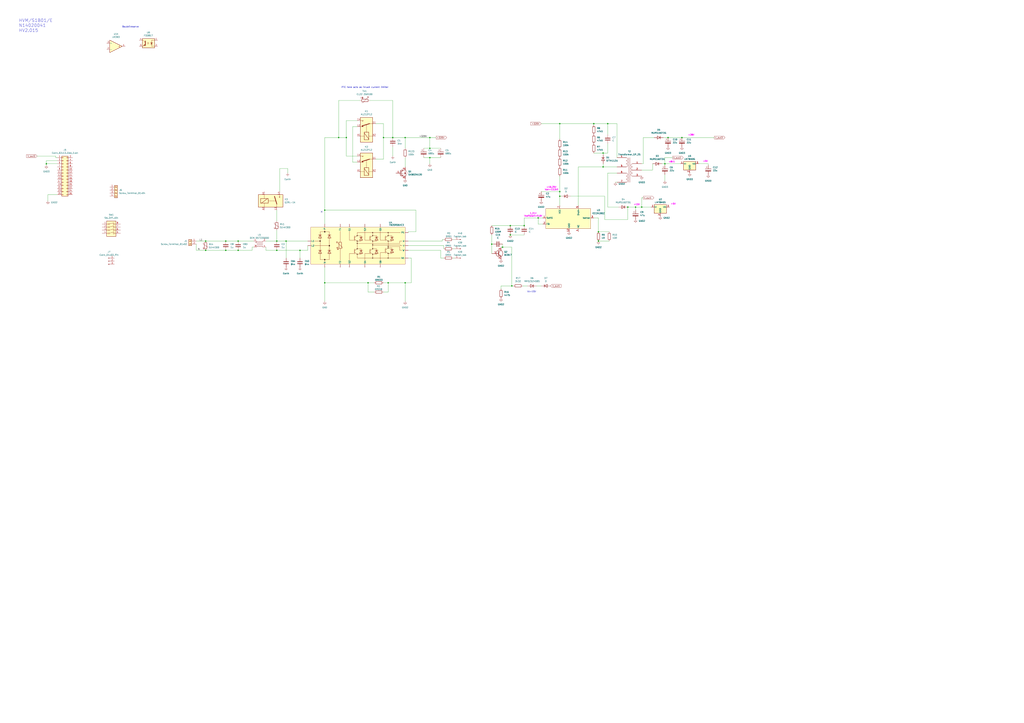
<source format=kicad_sch>
(kicad_sch (version 20231120) (generator "eeschema") (generator_version "8.0")
  (paper "A1")
  (lib_symbols
    (symbol "Comparator:LM393" (pin_names (offset 0.127))
      (property "Reference" "U" (at 3.81 3.81 0))
      (property "Value" "LM393" (at 6.35 -3.81 0))
      (symbol "LM393_1_1"
        (pin open_collector line (at 7.62 0 180) (length 2.54) (name "~") (number "1"))
        (pin input line (at -7.62 -2.54 0) (length 2.54) (name "-") (number "2"))
        (pin input line (at -7.62 2.54 0) (length 2.54) (name "+") (number "3"))
      )
      (symbol "LM393_2_1"
        (pin input line (at -7.62 2.54 0) (length 2.54) (name "+") (number "5"))
        (pin input line (at -7.62 -2.54 0) (length 2.54) (name "-") (number "6"))
        (pin open_collector line (at 7.62 0 180) (length 2.54) (name "~") (number "7"))
      )
      (symbol "LM393_3_1"
        (pin power_in line (at -2.54 -7.62 90) (length 3.81) (name "V-") (number "4"))
        (pin power_in line (at -2.54 7.62 270) (length 3.81) (name "V+") (number "8"))
      )
    )
    (symbol "Connector:Conn_01x01_Pin" (pin_names (offset 1.016) hide)
      (property "Reference" "J" (at 0 2.54 0))
      (property "Value" "Conn_01x01_Pin" (at 0 -2.54 0))
      (symbol "Conn_01x01_Pin_1_1"
        (pin passive line (at 5.08 0 180) (length 3.81) (name "Pin_1") (number "1"))
      )
    )
    (symbol "Connector:Conn_01x03_Pin" (pin_names (offset 1.016) hide)
      (property "Reference" "J" (at 0 5.08 0))
      (property "Value" "Conn_01x03_Pin" (at 0 -5.08 0))
      (symbol "Conn_01x03_Pin_1_1"
        (pin passive line (at 5.08 2.54 180) (length 3.81) (name "Pin_1") (number "1"))
        (pin passive line (at 5.08 0 180) (length 3.81) (name "Pin_2") (number "2"))
        (pin passive line (at 5.08 -2.54 180) (length 3.81) (name "Pin_3") (number "3"))
      )
    )
    (symbol "Connector:Screw_Terminal_01x02" (pin_names (offset 1.016) hide)
      (property "Reference" "J" (at 0 2.54 0))
      (property "Value" "Screw_Terminal_01x02" (at 0 -5.08 0))
      (symbol "Screw_Terminal_01x02_1_1"
        (pin passive line (at -5.08 0 0) (length 3.81) (name "Pin_1") (number "1"))
        (pin passive line (at -5.08 -2.54 0) (length 3.81) (name "Pin_2") (number "2"))
      )
    )
    (symbol "Connector:Screw_Terminal_01x04" (pin_names (offset 1.016) hide)
      (property "Reference" "J" (at 0 5.08 0))
      (property "Value" "Screw_Terminal_01x04" (at 0 -7.62 0))
      (symbol "Screw_Terminal_01x04_1_1"
        (pin passive line (at -5.08 2.54 0) (length 3.81) (name "Pin_1") (number "1"))
        (pin passive line (at -5.08 0 0) (length 3.81) (name "Pin_2") (number "2"))
        (pin passive line (at -5.08 -2.54 0) (length 3.81) (name "Pin_3") (number "3"))
        (pin passive line (at -5.08 -5.08 0) (length 3.81) (name "Pin_4") (number "4"))
      )
    )
    (symbol "Connector_Generic:Conn_02x13_Odd_Even" (pin_names (offset 1.016) hide)
      (property "Reference" "J" (at 1.27 17.78 0))
      (property "Value" "Conn_02x13_Odd_Even" (at 1.27 -17.78 0))
      (symbol "Conn_02x13_Odd_Even_1_1"
        (pin passive line (at -5.08 15.24 0) (length 3.81) (name "Pin_1") (number "1"))
        (pin passive line (at 7.62 5.08 180) (length 3.81) (name "Pin_10") (number "10"))
        (pin passive line (at -5.08 2.54 0) (length 3.81) (name "Pin_11") (number "11"))
        (pin passive line (at 7.62 2.54 180) (length 3.81) (name "Pin_12") (number "12"))
        (pin passive line (at -5.08 0 0) (length 3.81) (name "Pin_13") (number "13"))
        (pin passive line (at 7.62 0 180) (length 3.81) (name "Pin_14") (number "14"))
        (pin passive line (at -5.08 -2.54 0) (length 3.81) (name "Pin_15") (number "15"))
        (pin passive line (at 7.62 -2.54 180) (length 3.81) (name "Pin_16") (number "16"))
        (pin passive line (at -5.08 -5.08 0) (length 3.81) (name "Pin_17") (number "17"))
        (pin passive line (at 7.62 -5.08 180) (length 3.81) (name "Pin_18") (number "18"))
        (pin passive line (at -5.08 -7.62 0) (length 3.81) (name "Pin_19") (number "19"))
        (pin passive line (at 7.62 15.24 180) (length 3.81) (name "Pin_2") (number "2"))
        (pin passive line (at 7.62 -7.62 180) (length 3.81) (name "Pin_20") (number "20"))
        (pin passive line (at -5.08 -10.16 0) (length 3.81) (name "Pin_21") (number "21"))
        (pin passive line (at 7.62 -10.16 180) (length 3.81) (name "Pin_22") (number "22"))
        (pin passive line (at -5.08 -12.7 0) (length 3.81) (name "Pin_23") (number "23"))
        (pin passive line (at 7.62 -12.7 180) (length 3.81) (name "Pin_24") (number "24"))
        (pin passive line (at -5.08 -15.24 0) (length 3.81) (name "Pin_25") (number "25"))
        (pin passive line (at 7.62 -15.24 180) (length 3.81) (name "Pin_26") (number "26"))
        (pin passive line (at -5.08 12.7 0) (length 3.81) (name "Pin_3") (number "3"))
        (pin passive line (at 7.62 12.7 180) (length 3.81) (name "Pin_4") (number "4"))
        (pin passive line (at -5.08 10.16 0) (length 3.81) (name "Pin_5") (number "5"))
        (pin passive line (at 7.62 10.16 180) (length 3.81) (name "Pin_6") (number "6"))
        (pin passive line (at -5.08 7.62 0) (length 3.81) (name "Pin_7") (number "7"))
        (pin passive line (at 7.62 7.62 180) (length 3.81) (name "Pin_8") (number "8"))
        (pin passive line (at -5.08 5.08 0) (length 3.81) (name "Pin_9") (number "9"))
      )
    )
    (symbol "Device:C" (pin_numbers hide) (pin_names (offset 0.254))
      (property "Reference" "C" (at 0.635 2.54 0))
      (property "Value" "C" (at 0.635 -2.54 0))
      (symbol "C_1_1"
        (pin passive line (at 0 3.81 270) (length 2.794) (name "~") (number "1"))
        (pin passive line (at 0 -3.81 90) (length 2.794) (name "~") (number "2"))
      )
    )
    (symbol "Device:C_Polarized" (pin_numbers hide) (pin_names (offset 0.254))
      (property "Reference" "C" (at 0.635 2.54 0))
      (property "Value" "C_Polarized" (at 0.635 -2.54 0))
      (symbol "C_Polarized_1_1"
        (pin passive line (at 0 3.81 270) (length 2.794) (name "~") (number "1"))
        (pin passive line (at 0 -3.81 90) (length 2.794) (name "~") (number "2"))
      )
    )
    (symbol "Device:D" (pin_numbers hide) (pin_names (offset 1.016) hide)
      (property "Reference" "D" (at 0 2.54 0))
      (property "Value" "D" (at 0 -2.54 0))
      (symbol "D_1_1"
        (pin passive line (at -3.81 0 0) (length 2.54) (name "K") (number "1"))
        (pin passive line (at 3.81 0 180) (length 2.54) (name "A") (number "2"))
      )
    )
    (symbol "Device:D_Zener" (pin_numbers hide) (pin_names (offset 1.016) hide)
      (property "Reference" "D" (at 0 2.54 0))
      (property "Value" "D_Zener" (at 0 -2.54 0))
      (symbol "D_Zener_1_1"
        (pin passive line (at -3.81 0 0) (length 2.54) (name "K") (number "1"))
        (pin passive line (at 3.81 0 180) (length 2.54) (name "A") (number "2"))
      )
    )
    (symbol "Device:Filter_EMI_CommonMode" (pin_names (offset 0.254) hide)
      (property "Reference" "FL" (at 0 4.445 0))
      (property "Value" "Filter_EMI_CommonMode" (at 0 -4.445 0))
      (symbol "Filter_EMI_CommonMode_1_1"
        (pin passive line (at -5.08 2.54 0) (length 2.54) (name "1") (number "1"))
        (pin passive line (at 5.08 2.54 180) (length 2.54) (name "2") (number "2"))
        (pin passive line (at -5.08 -2.54 0) (length 2.54) (name "3") (number "3"))
        (pin passive line (at 5.08 -2.54 180) (length 2.54) (name "4") (number "4"))
      )
    )
    (symbol "Device:R" (pin_numbers hide) (pin_names (offset 0))
      (property "Reference" "R" (at 2.032 0 90))
      (property "Value" "R" (at 0 0 90))
      (symbol "R_1_1"
        (pin passive line (at 0 3.81 270) (length 1.27) (name "~") (number "1"))
        (pin passive line (at 0 -3.81 90) (length 1.27) (name "~") (number "2"))
      )
    )
    (symbol "Device:Thermistor_PTC" (pin_numbers hide) (pin_names (offset 0))
      (property "Reference" "TH" (at -4.064 0 90))
      (property "Value" "Thermistor_PTC" (at 3.048 0 90))
      (symbol "Thermistor_PTC_1_1"
        (pin passive line (at 0 3.81 270) (length 1.27) (name "~") (number "1"))
        (pin passive line (at 0 -3.81 90) (length 1.27) (name "~") (number "2"))
      )
    )
    (symbol "Device:Transformer_SP_2S" (pin_names (offset 1.016) hide)
      (property "Reference" "T" (at 0 12.7 0))
      (property "Value" "Transformer_SP_2S" (at 0 -12.7 0))
      (symbol "Transformer_SP_2S_1_1"
        (pin passive line (at -10.16 5.08 0) (length 7.62) (name "IN+") (number "1"))
        (pin passive line (at -10.16 0 0) (length 7.62) (name "PM") (number "2"))
        (pin passive line (at -10.16 -5.08 0) (length 7.62) (name "IN-") (number "3"))
        (pin passive line (at 10.16 10.16 180) (length 7.62) (name "OUT1A") (number "4"))
        (pin passive line (at 10.16 2.54 180) (length 7.62) (name "OUT1B") (number "5"))
        (pin passive line (at 10.16 -2.54 180) (length 7.62) (name "OUT2A") (number "6"))
        (pin passive line (at 10.16 -10.16 180) (length 7.62) (name "OUT2B") (number "7"))
      )
    )
    (symbol "Device:Varistor" (pin_numbers hide) (pin_names (offset 0))
      (property "Reference" "RV" (at 3.175 0 90))
      (property "Value" "Varistor" (at -3.175 0 90))
      (symbol "Varistor_0_0"
        (text "U" (at -1.778 -2.032 0) (effects (font (size 1.27 1.27))))
      )
      (symbol "Varistor_1_1"
        (pin passive line (at 0 3.81 270) (length 1.27) (name "~") (number "1"))
        (pin passive line (at 0 -3.81 90) (length 1.27) (name "~") (number "2"))
      )
    )
    (symbol "Isolator:LTV-817" (pin_names (offset 1.016))
      (property "Reference" "U" (at -5.08 5.08 0))
      (property "Value" "LTV-817" (at 0 5.08 0))
      (symbol "LTV-817_1_1"
        (pin passive line (at -7.62 2.54 0) (length 2.54) (name "~") (number "1"))
        (pin passive line (at -7.62 -2.54 0) (length 2.54) (name "~") (number "2"))
        (pin passive line (at 7.62 -2.54 180) (length 2.54) (name "~") (number "3"))
        (pin passive line (at 7.62 2.54 180) (length 2.54) (name "~") (number "4"))
      )
    )
    (symbol "Regulator_Linear:LM78M05_TO252" (pin_names (offset 0.254))
      (property "Reference" "U" (at -3.81 3.175 0))
      (property "Value" "LM78M05_TO252" (at 0 3.175 0))
      (symbol "LM78M05_TO252_1_1"
        (pin power_in line (at -7.62 0 0) (length 2.54) (name "VI") (number "1"))
        (pin power_in line (at 0 -7.62 90) (length 2.54) (name "GND") (number "2"))
        (pin power_out line (at 7.62 0 180) (length 2.54) (name "VO") (number "3"))
      )
    )
    (symbol "Relay:G2RL-1A"
      (property "Reference" "K" (at 11.43 3.81 0))
      (property "Value" "G2RL-1A" (at 11.43 1.27 0))
      (symbol "G2RL-1A_1_1"
        (pin passive line (at 5.08 -7.62 90) (length 2.54) (name "~") (number "13"))
        (pin passive line (at 7.62 7.62 270) (length 2.54) (name "~") (number "14"))
        (pin passive line (at -5.08 7.62 270) (length 2.54) (name "~") (number "A1"))
        (pin passive line (at -5.08 -7.62 90) (length 2.54) (name "~") (number "A2"))
      )
    )
    (symbol "Relay:RT314A03"
      (property "Reference" "K" (at 11.43 3.81 0))
      (property "Value" "RT314A03" (at 11.43 1.27 0))
      (symbol "RT314A03_1_1"
        (pin passive line (at 5.08 -7.62 90) (length 2.54) (name "~") (number "11"))
        (pin passive line (at 2.54 7.62 270) (length 2.54) (name "~") (number "12"))
        (pin passive line (at 7.62 7.62 270) (length 2.54) (name "~") (number "14"))
        (pin passive line (at -5.08 7.62 270) (length 2.54) (name "~") (number "A1"))
        (pin passive line (at -5.08 -7.62 90) (length 2.54) (name "~") (number "A2"))
      )
    )
    (symbol "Switch:SW_DIP_x04" (pin_names (offset 0) hide)
      (property "Reference" "SW" (at 0 8.89 0))
      (property "Value" "SW_DIP_x04" (at 0 -6.35 0))
      (symbol "SW_DIP_x04_1_1"
        (pin passive line (at -7.62 5.08 0) (length 5.08) (name "~") (number "1"))
        (pin passive line (at -7.62 2.54 0) (length 5.08) (name "~") (number "2"))
        (pin passive line (at -7.62 0 0) (length 5.08) (name "~") (number "3"))
        (pin passive line (at -7.62 -2.54 0) (length 5.08) (name "~") (number "4"))
        (pin passive line (at 7.62 -2.54 180) (length 5.08) (name "~") (number "5"))
        (pin passive line (at 7.62 0 180) (length 5.08) (name "~") (number "6"))
        (pin passive line (at 7.62 2.54 180) (length 5.08) (name "~") (number "7"))
        (pin passive line (at 7.62 5.08 180) (length 5.08) (name "~") (number "8"))
      )
    )
    (symbol "Transistor_BJT:BC817" (pin_names (offset 0) hide)
      (property "Reference" "Q" (at 5.08 1.905 0))
      (property "Value" "BC817" (at 5.08 0 0))
      (symbol "BC817_1_1"
        (pin input line (at -5.08 0 0) (length 5.715) (name "B") (number "1"))
        (pin passive line (at 2.54 -5.08 90) (length 2.54) (name "E") (number "2"))
        (pin passive line (at 2.54 5.08 270) (length 2.54) (name "C") (number "3"))
      )
    )
    (symbol "Transistor_IGBT:STGP7NC60HD" (pin_names (offset 0) hide)
      (property "Reference" "Q" (at 6.35 1.905 0))
      (property "Value" "STGP7NC60HD" (at 6.35 0 0))
      (symbol "STGP7NC60HD_1_1"
        (pin input line (at -5.08 0 0) (length 3.81) (name "G") (number "1"))
        (pin passive line (at 2.54 5.08 270) (length 2.54) (name "C") (number "2"))
        (pin passive line (at 2.54 -5.08 90) (length 2.54) (name "E") (number "3"))
      )
    )
    (symbol "hydrovar_pcb:FB20R06XE3"
      (property "Reference" "U" (at 27.686 -0.254 0))
      (property "Value" "FB20R06XE3" (at 33.02 -2.54 0))
      (symbol "FB20R06XE3_1_1"
        (pin input line (at -6.35 -1.27 270) (length 2.54) (name "G1") (number ""))
        (pin input line (at -6.35 -36.83 90) (length 2.54) (name "G2") (number ""))
        (pin input line (at 6.35 -1.27 270) (length 2.54) (name "G3") (number ""))
        (pin input line (at 6.35 -36.83 90) (length 2.54) (name "G4") (number ""))
        (pin input line (at 19.05 -1.27 270) (length 2.54) (name "G5") (number ""))
        (pin input line (at 19.05 -36.83 90) (length 2.54) (name "G6") (number ""))
        (pin input line (at -40.64 -15.24 0) (length 2.54) (name "L1") (number ""))
        (pin input line (at -40.64 -19.05 0) (length 2.54) (name "L2") (number ""))
        (pin input line (at -26.67 -36.83 90) (length 2.54) (name "N") (number ""))
        (pin input line (at 41.91 -29.21 180) (length 2.54) (name "N1") (number ""))
        (pin input line (at -26.67 -1.27 270) (length 2.54) (name "P") (number ""))
        (pin input line (at 41.91 -8.255 180) (length 2.54) (name "P1") (number ""))
        (pin input line (at -13.97 -1.27 270) (length 2.54) (name "T1") (number ""))
        (pin input line (at -13.97 -36.83 90) (length 2.54) (name "T2") (number ""))
        (pin input line (at 41.91 -15.24 180) (length 2.54) (name "U") (number ""))
        (pin input line (at 41.91 -19.05 180) (length 2.54) (name "V") (number ""))
        (pin input line (at 41.91 -22.86 180) (length 2.54) (name "W") (number ""))
      )
    )
    (symbol "hydrovar_pcb:ICE2A180Z"
      (property "Reference" "U" (at -0.762 0.508 0))
      (property "Value" "ICE2A180Z" (at -0.762 -1.524 0))
      (symbol "ICE2A180Z_1_1"
        (pin input line (at -21.59 -10.16 0) (length 2.54) (name "SoftS") (number "1"))
        (pin input line (at 0 -21.59 90) (length 2.54) (name "GND") (number "12"))
        (pin input line (at -21.59 -15.24 0) (length 2.54) (name "FB") (number "2"))
        (pin input line (at 20.32 -10.16 180) (length 2.54) (name "Isense") (number "3"))
        (pin input line (at 7.62 -21.59 90) (length 2.54) (name "NC") (number "4"))
        (pin input line (at 7.62 0 270) (length 2.54) (name "Drain") (number "5"))
        (pin input line (at -7.62 0 270) (length 2.54) (name "VCC") (number "7"))
      )
    )
    (symbol "power:Earth" (power) (pin_numbers hide) (pin_names (offset 0) hide)
      (property "Value" "Earth" (at 0 -3.81 0))
      (symbol "Earth_1_1"
        (pin power_in line (at 0 0 270) (length 0) (name "~") (number "1"))
      )
    )
    (symbol "power:GND" (power) (pin_numbers hide) (pin_names (offset 0) hide)
      (property "Value" "GND" (at 0 -3.81 0))
      (symbol "GND_1_1"
        (pin power_in line (at 0 0 270) (length 0) (name "~") (number "1"))
      )
    )
    (symbol "power:GND2" (power) (pin_numbers hide) (pin_names (offset 0) hide)
      (property "Value" "GND2" (at 0 -3.81 0))
      (symbol "GND2_1_1"
        (pin power_in line (at 0 0 270) (length 0) (name "~") (number "1"))
      )
    )
  )
  (junction (at 546.1 134.62))
  (junction (at 278.13 113.03))
  (junction (at 412.75 203.2))
  (junction (at 322.58 113.03))
  (junction (at 487.68 101.6))
  (junction (at 495.3 125.73))
  (junction (at 353.06 121.92))
  (junction (at 353.06 129.54))
  (junction (at 168.91 198.12))
  (junction (at 560.07 113.03))
  (junction (at 38.1 134.62))
  (junction (at 430.53 185.42))
  (junction (at 284.48 113.03))
  (junction (at 266.7 172.72))
  (junction (at 548.64 113.03))
  (junction (at 527.05 170.18))
  (junction (at 459.74 101.6))
  (junction (at 459.74 161.29))
  (junction (at 332.74 113.03))
  (junction (at 441.96 179.07))
  (junction (at 353.06 113.03))
  (junction (at 302.26 232.41))
  (junction (at 266.7 232.41))
  (junction (at 168.91 205.74))
  (junction (at 491.49 198.12))
  (junction (at 491.49 190.5))
  (junction (at 403.86 200.66))
  (junction (at 318.77 232.41))
  (junction (at 495.3 137.16))
  (junction (at 521.97 170.18))
  (junction (at 185.42 205.74))
  (junction (at 195.58 198.12))
  (junction (at 499.11 101.6))
  (junction (at 234.95 198.12))
  (junction (at 419.1 185.42))
  (junction (at 195.58 205.74))
  (junction (at 246.38 205.74))
  (junction (at 185.42 198.12))
  (junction (at 314.96 113.03))
  (junction (at 227.33 205.74))
  (junction (at 420.37 234.95))
  (junction (at 459.74 157.48))
  (junction (at 419.1 193.04))
  (junction (at 332.74 232.41))
  (junction (at 515.62 170.18))
  (junction (at 227.33 198.12))
  (no_connect (at 264.16 173.99))
  (wire (pts (xy 161.29 205.74) (xy 168.91 205.74)))
  (wire (pts (xy 227.33 205.74) (xy 246.38 205.74)))
  (wire (pts (xy 295.91 82.55) (xy 278.13 82.55)))
  (wire (pts (xy 207.01 205.74) (xy 207.01 203.2)))
  (wire (pts (xy 459.74 101.6) (xy 459.74 114.3)))
  (wire (pts (xy 487.68 101.6) (xy 499.11 101.6)))
  (wire (pts (xy 353.06 129.54) (xy 361.95 129.54)))
  (wire (pts (xy 515.62 170.18) (xy 515.62 180.34)))
  (wire (pts (xy 499.11 110.49) (xy 499.11 101.6)))
  (wire (pts (xy 506.73 101.6) (xy 506.73 129.54)))
  (wire (pts (xy 560.07 113.03) (xy 586.74 113.03)))
  (wire (pts (xy 318.77 240.03) (xy 314.96 240.03)))
  (wire (pts (xy 491.49 198.12) (xy 500.38 198.12)))
  (wire (pts (xy 546.1 143.51) (xy 546.1 148.59)))
  (wire (pts (xy 499.11 118.11) (xy 499.11 125.73)))
  (wire (pts (xy 546.1 134.62) (xy 546.1 135.89)))
  (wire (pts (xy 546.1 129.54) (xy 546.1 134.62)))
  (wire (pts (xy 293.37 128.27) (xy 284.48 128.27)))
  (wire (pts (xy 499.11 142.24) (xy 499.11 170.18)))
  (wire (pts (xy 527.05 162.56) (xy 527.05 170.18)))
  (wire (pts (xy 266.7 232.41) (xy 302.26 232.41)))
  (wire (pts (xy 314.96 232.41) (xy 318.77 232.41)))
  (wire (pts (xy 322.58 128.27) (xy 322.58 120.65)))
  (wire (pts (xy 445.77 179.07) (xy 441.96 179.07)))
  (wire (pts (xy 420.37 203.2) (xy 412.75 203.2)))
  (wire (pts (xy 353.06 121.92) (xy 361.95 121.92)))
  (wire (pts (xy 347.98 129.54) (xy 353.06 129.54)))
  (wire (pts (xy 161.29 205.74) (xy 161.29 200.66)))
  (wire (pts (xy 420.37 203.2) (xy 420.37 234.95)))
  (wire (pts (xy 363.22 196.85) (xy 363.22 198.12)))
  (wire (pts (xy 444.5 157.48) (xy 459.74 157.48)))
  (wire (pts (xy 411.48 234.95) (xy 420.37 234.95)))
  (wire (pts (xy 361.95 212.09) (xy 364.49 212.09)))
  (wire (pts (xy 521.97 170.18) (xy 527.05 170.18)))
  (wire (pts (xy 364.49 196.85) (xy 363.22 196.85)))
  (wire (pts (xy 38.1 134.62) (xy 46.99 134.62)))
  (wire (pts (xy 207.01 203.2) (xy 208.28 203.2)))
  (wire (pts (xy 168.91 198.12) (xy 185.42 198.12)))
  (wire (pts (xy 307.34 240.03) (xy 302.26 240.03)))
  (wire (pts (xy 293.37 104.14) (xy 289.56 104.14)))
  (wire (pts (xy 430.53 179.07) (xy 441.96 179.07)))
  (wire (pts (xy 499.11 101.6) (xy 506.73 101.6)))
  (wire (pts (xy 459.74 157.48) (xy 459.74 161.29)))
  (wire (pts (xy 363.22 198.12) (xy 335.28 198.12)))
  (wire (pts (xy 552.45 129.54) (xy 546.1 129.54)))
  (wire (pts (xy 30.48 128.27) (xy 45.72 128.27)))
  (wire (pts (xy 289.56 133.35) (xy 293.37 133.35)))
  (wire (pts (xy 347.98 121.92) (xy 353.06 121.92)))
  (wire (pts (xy 341.63 190.5) (xy 335.28 190.5)))
  (wire (pts (xy 284.48 99.06) (xy 293.37 99.06)))
  (wire (pts (xy 185.42 198.12) (xy 195.58 198.12)))
  (wire (pts (xy 527.05 170.18) (xy 534.67 170.18)))
  (wire (pts (xy 302.26 232.41) (xy 302.26 240.03)))
  (wire (pts (xy 318.77 232.41) (xy 318.77 240.03)))
  (wire (pts (xy 495.3 127) (xy 495.3 125.73)))
  (wire (pts (xy 548.64 113.03) (xy 560.07 113.03)))
  (wire (pts (xy 318.77 232.41) (xy 332.74 232.41)))
  (wire (pts (xy 266.7 232.41) (xy 266.7 247.65)))
  (wire (pts (xy 218.44 205.74) (xy 218.44 203.2)))
  (wire (pts (xy 278.13 113.03) (xy 284.48 113.03)))
  (wire (pts (xy 364.49 204.47) (xy 364.49 201.93)))
  (wire (pts (xy 229.87 157.48) (xy 229.87 138.43)))
  (wire (pts (xy 332.74 113.03) (xy 353.06 113.03)))
  (wire (pts (xy 353.06 129.54) (xy 353.06 134.62)))
  (wire (pts (xy 528.32 162.56) (xy 527.05 162.56)))
  (wire (pts (xy 527.05 139.7) (xy 535.94 139.7)))
  (wire (pts (xy 527.05 134.62) (xy 528.32 134.62)))
  (wire (pts (xy 361.95 205.74) (xy 361.95 212.09)))
  (wire (pts (xy 444.5 101.6) (xy 459.74 101.6)))
  (wire (pts (xy 39.37 165.1) (xy 39.37 160.02)))
  (wire (pts (xy 412.75 200.66) (xy 412.75 203.2)))
  (wire (pts (xy 459.74 101.6) (xy 487.68 101.6)))
  (wire (pts (xy 218.44 205.74) (xy 227.33 205.74)))
  (wire (pts (xy 412.75 203.2) (xy 411.48 203.2)))
  (wire (pts (xy 372.11 204.47) (xy 373.38 204.47)))
  (wire (pts (xy 461.01 161.29) (xy 459.74 161.29)))
  (wire (pts (xy 495.3 134.62) (xy 495.3 137.16)))
  (wire (pts (xy 372.11 196.85) (xy 373.38 196.85)))
  (wire (pts (xy 487.68 125.73) (xy 495.3 125.73)))
  (wire (pts (xy 474.98 137.16) (xy 474.98 168.91)))
  (wire (pts (xy 207.01 205.74) (xy 195.58 205.74)))
  (wire (pts (xy 433.07 234.95) (xy 429.26 234.95)))
  (wire (pts (xy 308.61 101.6) (xy 314.96 101.6)))
  (wire (pts (xy 496.57 180.34) (xy 515.62 180.34)))
  (wire (pts (xy 332.74 232.41) (xy 337.82 232.41)))
  (wire (pts (xy 303.53 82.55) (xy 322.58 82.55)))
  (wire (pts (xy 227.33 189.23) (xy 227.33 198.12)))
  (wire (pts (xy 38.1 132.08) (xy 38.1 134.62)))
  (wire (pts (xy 266.7 219.71) (xy 266.7 232.41)))
  (wire (pts (xy 403.86 193.04) (xy 403.86 200.66)))
  (wire (pts (xy 266.7 113.03) (xy 278.13 113.03)))
  (wire (pts (xy 252.73 205.74) (xy 252.73 201.93)))
  (wire (pts (xy 444.5 234.95) (xy 440.69 234.95)))
  (wire (pts (xy 38.1 134.62) (xy 38.1 135.89)))
  (wire (pts (xy 515.62 170.18) (xy 521.97 170.18)))
  (wire (pts (xy 266.7 172.72) (xy 266.7 184.15)))
  (wire (pts (xy 419.1 185.42) (xy 430.53 185.42)))
  (wire (pts (xy 544.83 113.03) (xy 548.64 113.03)))
  (wire (pts (xy 185.42 205.74) (xy 168.91 205.74)))
  (wire (pts (xy 495.3 125.73) (xy 499.11 125.73)))
  (wire (pts (xy 411.48 234.95) (xy 411.48 237.49)))
  (wire (pts (xy 574.04 134.62) (xy 581.66 134.62)))
  (wire (pts (xy 420.37 234.95) (xy 421.64 234.95)))
  (wire (pts (xy 528.32 113.03) (xy 537.21 113.03)))
  (wire (pts (xy 236.22 138.43) (xy 236.22 142.24)))
  (wire (pts (xy 403.86 185.42) (xy 419.1 185.42)))
  (wire (pts (xy 322.58 82.55) (xy 322.58 113.03)))
  (wire (pts (xy 419.1 193.04) (xy 430.53 193.04)))
  (wire (pts (xy 535.94 139.7) (xy 535.94 134.62)))
  (wire (pts (xy 314.96 113.03) (xy 314.96 130.81)))
  (wire (pts (xy 322.58 113.03) (xy 332.74 113.03)))
  (wire (pts (xy 546.1 134.62) (xy 558.8 134.62)))
  (wire (pts (xy 45.72 129.54) (xy 46.99 129.54)))
  (wire (pts (xy 491.49 179.07) (xy 491.49 190.5)))
  (wire (pts (xy 543.56 134.62) (xy 546.1 134.62)))
  (wire (pts (xy 195.58 198.12) (xy 208.28 198.12)))
  (wire (pts (xy 468.63 161.29) (xy 496.57 161.29)))
  (wire (pts (xy 506.73 142.24) (xy 499.11 142.24)))
  (wire (pts (xy 487.68 179.07) (xy 491.49 179.07)))
  (wire (pts (xy 528.32 134.62) (xy 528.32 113.03)))
  (wire (pts (xy 441.96 184.15) (xy 445.77 184.15)))
  (wire (pts (xy 45.72 128.27) (xy 45.72 129.54)))
  (wire (pts (xy 337.82 232.41) (xy 337.82 212.09)))
  (wire (pts (xy 335.28 190.5) (xy 335.28 191.135)))
  (wire (pts (xy 403.86 200.66) (xy 403.86 208.28)))
  (wire (pts (xy 195.58 205.74) (xy 185.42 205.74)))
  (wire (pts (xy 314.96 113.03) (xy 322.58 113.03)))
  (wire (pts (xy 246.38 205.74) (xy 246.38 212.09)))
  (wire (pts (xy 581.66 134.62) (xy 581.66 135.89)))
  (wire (pts (xy 234.95 198.12) (xy 252.73 198.12)))
  (wire (pts (xy 332.74 247.65) (xy 332.74 232.41)))
  (wire (pts (xy 314.96 130.81) (xy 308.61 130.81)))
  (wire (pts (xy 266.7 172.72) (xy 341.63 172.72)))
  (wire (pts (xy 229.87 138.43) (xy 236.22 138.43)))
  (wire (pts (xy 441.96 179.07) (xy 441.96 184.15)))
  (wire (pts (xy 246.38 205.74) (xy 252.73 205.74)))
  (wire (pts (xy 284.48 113.03) (xy 284.48 128.27)))
  (wire (pts (xy 430.53 185.42) (xy 430.53 179.07)))
  (wire (pts (xy 218.44 198.12) (xy 227.33 198.12)))
  (wire (pts (xy 521.97 170.18) (xy 521.97 172.72)))
  (wire (pts (xy 234.95 198.12) (xy 234.95 212.09)))
  (wire (pts (xy 459.74 161.29) (xy 459.74 168.91)))
  (wire (pts (xy 341.63 172.72) (xy 341.63 190.5)))
  (wire (pts (xy 335.28 201.93) (xy 364.49 201.93)))
  (wire (pts (xy 227.33 198.12) (xy 234.95 198.12)))
  (wire (pts (xy 499.11 170.18) (xy 508 170.18)))
  (wire (pts (xy 39.37 160.02) (xy 46.99 160.02)))
  (wire (pts (xy 46.99 132.08) (xy 38.1 132.08)))
  (wire (pts (xy 496.57 161.29) (xy 496.57 180.34)))
  (wire (pts (xy 302.26 232.41) (xy 307.34 232.41)))
  (wire (pts (xy 505.46 149.86) (xy 506.73 149.86)))
  (wire (pts (xy 332.74 129.54) (xy 332.74 137.16)))
  (wire (pts (xy 372.11 212.09) (xy 373.38 212.09)))
  (wire (pts (xy 161.29 198.12) (xy 168.91 198.12)))
  (wire (pts (xy 314.96 101.6) (xy 314.96 113.03)))
  (wire (pts (xy 289.56 104.14) (xy 289.56 133.35)))
  (wire (pts (xy 335.28 205.74) (xy 361.95 205.74)))
  (wire (pts (xy 495.3 137.16) (xy 474.98 137.16)))
  (wire (pts (xy 266.7 113.03) (xy 266.7 172.72)))
  (wire (pts (xy 337.82 212.09) (xy 335.28 212.09)))
  (wire (pts (xy 278.13 82.55) (xy 278.13 113.03)))
  (wire (pts (xy 332.74 113.03) (xy 332.74 121.92)))
  (wire (pts (xy 491.49 190.5) (xy 500.38 190.5)))
  (wire (pts (xy 284.48 99.06) (xy 284.48 113.03)))
  (wire (pts (xy 487.68 101.6) (xy 487.68 102.87)))
  (wire (pts (xy 459.74 144.78) (xy 459.74 157.48)))
  (wire (pts (xy 227.33 172.72) (xy 227.33 181.61)))
  (wire (pts (xy 506.73 137.16) (xy 495.3 137.16)))
  (wire (pts (xy 403.86 200.66) (xy 405.13 200.66)))
  (wire (pts (xy 353.06 113.03) (xy 353.06 121.92)))
  (wire (pts (xy 353.06 113.03) (xy 358.14 113.03)))
  (text "Bauteilreserve" (at 107.188 22.098 0) (effects (font (size 1.27 1.27))))
  (text "+15V\n" (at 522.986 168.148 0) (effects (font (size 1.27 1.27) (thickness 0.254) (bold yes))))
  (text "+5V" (at 579.374 132.588 0) (effects (font (size 1.27 1.27) (thickness 0.254) (bold yes))))
  (text "+28V" (at 567.69 110.998 0) (effects (font (size 1.27 1.27) (thickness 0.254) (bold yes))))
  (text "1,21V\nVsoftstart=5,6V" (at 437.896 176.53 0) (effects (font (size 1.27 1.27) (thickness 0.254) (bold yes))))
  (text "PTC here acts as inrush current limiter" (at 299.72 71.882 0) (effects (font (size 1.27 1.27))))
  (text "+8V1" (at 551.688 133.096 0) (effects (font (size 1.27 1.27) (thickness 0.254) (bold yes))))
  (text "HVM/S1B01/E\nN14020041\nHV2.015\n" (at 15.494 21.082 0) (effects (font (size 2.54 2.54)) (justify left)))
  (text "Vz=15V" (at 436.626 239.776 0) (effects (font (size 1.27 1.27))))
  (text "+5V" (at 552.958 167.64 0) (effects (font (size 1.27 1.27) (thickness 0.254) (bold yes))))
  (text "+16,25V\nVon=13,5V!" (at 452.882 154.94 0) (effects (font (size 1.27 1.27) (thickness 0.254) (bold yes))))
  (label "N" (at 162.56 205.74 0))
  (label "L1" (at 163.83 198.12 0))
  (label "+320V" (at 344.17 113.03 0))
  (global_label "V_out1" (shape output) (at 528.32 162.56 0) (property "Intersheetrefs" "${INTERSHEET_REFS}" (effects (hide yes))))
  (global_label "+320V" (shape input) (at 444.5 101.6 180) (property "Intersheetrefs" "${INTERSHEET_REFS}" (effects (hide yes))))
  (global_label "V_out1" (shape input) (at 452.12 234.95 0) (property "Intersheetrefs" "${INTERSHEET_REFS}" (effects (hide yes))))
  (global_label "+320V" (shape output) (at 358.14 113.03 0) (property "Intersheetrefs" "${INTERSHEET_REFS}" (effects (hide yes))))
  (global_label "V_out2" (shape output) (at 552.45 129.54 0) (property "Intersheetrefs" "${INTERSHEET_REFS}" (effects (hide yes))))
  (global_label "V_out3" (shape input) (at 30.48 128.27 180) (property "Intersheetrefs" "${INTERSHEET_REFS}" (effects (hide yes))))
  (global_label "V_out3" (shape output) (at 586.74 113.03 0) (property "Intersheetrefs" "${INTERSHEET_REFS}" (effects (hide yes))))
  (symbol (lib_id "power:GND2") (at 581.66 143.51 0) (unit 1)
    (property "Reference" "#PWR020" (effects (hide yes)))
    (property "Value" "GND3" (at 581.66 148.59 0))
    (property "Description" "Power symbol creates a global label with name \"GND2\" , ground" (effects (hide yes)))
  )
  (symbol (lib_id "Device:C_Polarized") (at 546.1 139.7 0) (unit 1)
    (property "Reference" "C6" (at 549.91 137.5409 0) (effects (justify left)))
    (property "Value" "22u" (at 549.91 140.0809 0) (effects (justify left)))
    (property "Description" "Polarized capacitor" (effects (hide yes)))
  )
  (symbol (lib_id "Device:C_Polarized") (at 361.95 125.73 0) (unit 1)
    (property "Reference" "C5" (at 365.76 123.5709 0) (effects (justify left)))
    (property "Value" "680u" (at 365.76 126.1109 0) (effects (justify left)))
    (property "Description" "Polarized capacitor" (effects (hide yes)))
  )
  (symbol (lib_id "power:GND") (at 411.48 213.36 0) (unit 1)
    (property "Reference" "#PWR025" (effects (hide yes)))
    (property "Value" "GND2" (at 411.48 218.44 0))
    (property "Description" "Power symbol creates a global label with name \"GND\" , ground" (effects (hide yes)))
  )
  (symbol (lib_id "power:GND") (at 353.06 134.62 0) (unit 1)
    (property "Reference" "#PWR02" (effects (hide yes)))
    (property "Value" "GND" (at 353.06 139.7 0))
    (property "Description" "Power symbol creates a global label with name \"GND\" , ground" (effects (hide yes)))
  )
  (symbol (lib_id "Device:R") (at 311.15 240.03 90) (unit 1)
    (property "Reference" "R2" (at 310.896 235.204 90))
    (property "Value" "0R058" (at 310.896 237.744 90))
    (property "Description" "Resistor" (effects (hide yes)))
  )
  (symbol (lib_id "Device:R") (at 411.48 241.3 0) (unit 1)
    (property "Reference" "R16" (at 414.02 240.0299 0) (effects (justify left)))
    (property "Value" "4k75" (at 414.02 242.5699 0) (effects (justify left)))
    (property "Description" "Resistor" (effects (hide yes)))
  )
  (symbol (lib_id "Device:Varistor") (at 168.91 201.93 0) (unit 1)
    (property "Reference" "RV4" (at 171.45 200.8532 0) (effects (justify left)))
    (property "Value" "S14K300" (at 171.45 203.3932 0) (effects (justify left)))
    (property "Description" "Voltage dependent resistor" (effects (hide yes)))
    (property "Sim.Name" "kicad_builtin_varistor" (effects (hide yes)))
    (property "Sim.Device" "SUBCKT" (effects (hide yes)))
    (property "Sim.Pins" "1=A 2=B" (effects (hide yes)))
    (property "Sim.Params" "threshold=1k" (effects (hide yes)))
    (property "Sim.Library" "${KICAD7_SYMBOL_DIR}/Simulation_SPICE.sp" (effects (hide yes)))
  )
  (symbol (lib_id "Device:Filter_EMI_CommonMode") (at 213.36 200.66 0) (unit 1)
    (property "Reference" "L5" (at 212.979 193.04 0))
    (property "Value" "DEM 557220000" (at 212.979 195.58 0))
    (property "Description" "EMI 2-inductor common mode filter" (effects (hide yes)))
  )
  (symbol (lib_id "Device:R") (at 459.74 118.11 0) (unit 1)
    (property "Reference" "R14" (at 462.28 116.8399 0) (effects (justify left)))
    (property "Value" "100k" (at 462.28 119.3799 0) (effects (justify left)))
    (property "Description" "Resistor" (effects (hide yes)))
  )
  (symbol (lib_id "Relay:RT314A03") (at 300.99 135.89 90) (unit 1)
    (property "Reference" "K2" (at 300.99 120.65 90))
    (property "Value" "ALZ12F12" (at 300.99 123.19 90))
    (property "Footprint" "Relay_THT:Relay_SPDT_Schrack-RT1-16A-FormC_RM5mm" (effects (hide yes)))
    (property "Datasheet" "https://www.te.com/commerce/DocumentDelivery/DDEController?Action=srchrtrv&DocNm=RT1_bistable&DocType=DS&DocLang=English" (effects (hide yes)))
    (property "Description" "Schrack RT1 relay, bistable single pole dual throw, single DC coil, 3V" (effects (hide yes)))
  )
  (symbol (lib_id "Device:R") (at 500.38 194.31 0) (unit 1)
    (property "Reference" "R10" (at 502.92 193.0399 0) (effects (justify left)))
    (property "Value" "10R" (at 502.92 195.5799 0) (effects (justify left)))
    (property "Description" "Resistor" (effects (hide yes)))
  )
  (symbol (lib_id "Connector:Screw_Terminal_01x02") (at 156.21 198.12 0) (mirror y) (unit 1)
    (property "Reference" "J1" (at 153.67 198.1199 0) (effects (justify left)))
    (property "Value" "Screw_Terminal_01x02" (at 153.67 200.6599 0) (effects (justify left)))
    (property "Description" "Generic screw terminal, single row, 01x02, script generated (kicad-library-utils/schlib/autogen/connector/)" (effects (hide yes)))
  )
  (symbol (lib_id "Connector:Screw_Terminal_01x04") (at 95.25 156.21 0) (unit 1)
    (property "Reference" "J6" (at 97.79 156.2099 0) (effects (justify left)))
    (property "Value" "Screw_Terminal_01x04" (at 97.79 158.7499 0) (effects (justify left)))
    (property "Description" "Generic screw terminal, single row, 01x04, script generated (kicad-library-utils/schlib/autogen/connector/)" (effects (hide yes)))
  )
  (symbol (lib_id "hydrovar_pcb:ICE2A180Z") (at 467.36 168.91 0) (unit 1)
    (property "Reference" "U3" (at 491.49 172.7514 0))
    (property "Value" "ICE2A180Z" (at 491.49 175.2914 0))
  )
  (symbol (lib_id "Relay:G2RL-1A") (at 222.25 165.1 0) (unit 1)
    (property "Reference" "K3" (at 233.68 163.8299 0) (effects (justify left)))
    (property "Value" "G2RL-1A" (at 233.68 166.3699 0) (effects (justify left)))
    (property "Footprint" "Relay_THT:Relay_SPST_Omron_G2RL-1A" (effects (hide yes)))
    (property "Datasheet" "https://omronfs.omron.com/en_US/ecb/products/pdf/en-g2rl.pdf" (effects (hide yes)))
    (property "Description" "General Purpose Low Profile Relay SPST Through Hole, Omron G2RL series, Normally Open, 12A 250VAC" (effects (hide yes)))
  )
  (symbol (lib_id "Device:D") (at 539.75 134.62 180) (unit 1)
    (property "Reference" "D3" (at 539.75 128.27 0))
    (property "Value" "MURS160T3G" (at 539.75 130.81 0))
    (property "Description" "Diode" (effects (hide yes)))
    (property "Sim.Device" "D" (effects (hide yes)))
    (property "Sim.Pins" "1=K 2=A" (effects (hide yes)))
  )
  (symbol (lib_id "Device:R") (at 368.3 212.09 90) (unit 1)
    (property "Reference" "R5" (at 368.3 207.01 90))
    (property "Value" "0R01" (at 368.3 209.55 90))
    (property "Description" "Resistor" (effects (hide yes)))
  )
  (symbol (lib_id "Device:Varistor") (at 227.33 185.42 0) (unit 1)
    (property "Reference" "RV1" (at 229.87 184.3432 0) (effects (justify left)))
    (property "Value" "S14K300" (at 229.87 186.8832 0) (effects (justify left)))
    (property "Description" "Voltage dependent resistor" (effects (hide yes)))
    (property "Sim.Name" "kicad_builtin_varistor" (effects (hide yes)))
    (property "Sim.Device" "SUBCKT" (effects (hide yes)))
    (property "Sim.Pins" "1=A 2=B" (effects (hide yes)))
    (property "Sim.Params" "threshold=1k" (effects (hide yes)))
    (property "Sim.Library" "${KICAD7_SYMBOL_DIR}/Simulation_SPICE.sp" (effects (hide yes)))
  )
  (symbol (lib_id "Device:R") (at 332.74 125.73 0) (unit 1)
    (property "Reference" "R123" (at 335.28 124.4599 0) (effects (justify left)))
    (property "Value" "100k" (at 335.28 126.9999 0) (effects (justify left)))
    (property "Description" "Resistor" (effects (hide yes)))
  )
  (symbol (lib_id "power:GND2") (at 566.42 142.24 0) (unit 1)
    (property "Reference" "#PWR015" (effects (hide yes)))
    (property "Value" "GND3" (at 566.42 147.32 0))
    (property "Description" "Power symbol creates a global label with name \"GND2\" , ground" (effects (hide yes)))
  )
  (symbol (lib_id "Device:D") (at 495.3 130.81 270) (unit 1)
    (property "Reference" "D1" (at 497.84 129.5399 90) (effects (justify left)))
    (property "Value" "STTH112U" (at 497.84 132.0799 90) (effects (justify left)))
    (property "Description" "Diode" (effects (hide yes)))
    (property "Sim.Device" "D" (effects (hide yes)))
    (property "Sim.Pins" "1=K 2=A" (effects (hide yes)))
  )
  (symbol (lib_id "Device:C_Polarized") (at 521.97 176.53 0) (unit 1)
    (property "Reference" "C9" (at 525.78 174.3709 0) (effects (justify left)))
    (property "Value" "47u" (at 525.78 176.9109 0) (effects (justify left)))
    (property "Description" "Polarized capacitor" (effects (hide yes)))
  )
  (symbol (lib_id "power:GND2") (at 527.05 144.78 0) (unit 1)
    (property "Reference" "#PWR021" (effects (hide yes)))
    (property "Value" "GND3" (at 527.05 149.86 0))
    (property "Description" "Power symbol creates a global label with name \"GND2\" , ground" (effects (hide yes)))
  )
  (symbol (lib_id "Device:D_Zener") (at 436.88 234.95 180) (unit 1)
    (property "Reference" "D6" (at 436.88 228.6 0))
    (property "Value" "MMSZ5245BS" (at 436.88 231.14 0))
    (property "Description" "Zener diode" (effects (hide yes)))
  )
  (symbol (lib_id "Isolator:LTV-817") (at 121.92 35.56 0) (mirror y) (unit 1)
    (property "Reference" "U6" (at 121.92 26.67 0))
    (property "Value" "FOD817" (at 121.92 29.21 0))
    (property "Footprint" "Package_DIP:DIP-4_W7.62mm" (effects (hide yes)))
    (property "Datasheet" "http://www.us.liteon.com/downloads/LTV-817-827-847.PDF" (effects (hide yes)))
    (property "Description" "DC Optocoupler, Vce 35V, CTR 50%, DIP-4" (effects (hide yes)))
  )
  (symbol (lib_id "power:GND") (at 419.1 193.04 0) (unit 1)
    (property "Reference" "#PWR023" (effects (hide yes)))
    (property "Value" "GND2" (at 419.1 198.12 0))
    (property "Description" "Power symbol creates a global label with name \"GND\" , ground" (effects (hide yes)))
  )
  (symbol (lib_id "Device:D") (at 464.82 161.29 0) (unit 1)
    (property "Reference" "D2" (at 464.82 154.94 0))
    (property "Value" "D" (at 464.82 157.48 0))
    (property "Description" "Diode" (effects (hide yes)))
    (property "Sim.Device" "D" (effects (hide yes)))
    (property "Sim.Pins" "1=K 2=A" (effects (hide yes)))
  )
  (symbol (lib_id "Device:R") (at 487.68 114.3 0) (unit 1)
    (property "Reference" "R6" (at 490.22 113.0299 0) (effects (justify left)))
    (property "Value" "47k5" (at 490.22 115.5699 0) (effects (justify left)))
    (property "Description" "Resistor" (effects (hide yes)))
  )
  (symbol (lib_id "power:GND2") (at 560.07 120.65 0) (unit 1)
    (property "Reference" "#PWR019" (effects (hide yes)))
    (property "Value" "GND3" (at 560.07 125.73 0))
    (property "Description" "Power symbol creates a global label with name \"GND2\" , ground" (effects (hide yes)))
  )
  (symbol (lib_id "Device:R") (at 368.3 196.85 90) (unit 1)
    (property "Reference" "R3" (at 368.554 191.77 90))
    (property "Value" "0R01" (at 368.554 194.31 90))
    (property "Description" "Resistor" (effects (hide yes)))
  )
  (symbol (lib_id "power:GND") (at 542.29 177.8 0) (unit 1)
    (property "Reference" "#PWR017" (effects (hide yes)))
    (property "Value" "GND2" (at 544.83 179.0699 0) (effects (justify left)))
    (property "Description" "Power symbol creates a global label with name \"GND\" , ground" (effects (hide yes)))
  )
  (symbol (lib_id "power:GND") (at 332.74 147.32 0) (unit 1)
    (property "Reference" "#PWR06" (effects (hide yes)))
    (property "Value" "GND" (at 332.74 152.4 0))
    (property "Description" "Power symbol creates a global label with name \"GND\" , ground" (effects (hide yes)))
  )
  (symbol (lib_id "Device:D") (at 448.31 234.95 0) (unit 1)
    (property "Reference" "D7" (at 448.31 228.6 0))
    (property "Value" "D" (at 448.31 231.14 0))
    (property "Description" "Diode" (effects (hide yes)))
    (property "Sim.Device" "D" (effects (hide yes)))
    (property "Sim.Pins" "1=K 2=A" (effects (hide yes)))
  )
  (symbol (lib_id "power:GND") (at 411.48 245.11 0) (unit 1)
    (property "Reference" "#PWR024" (effects (hide yes)))
    (property "Value" "GND2" (at 411.48 250.19 0))
    (property "Description" "Power symbol creates a global label with name \"GND\" , ground" (effects (hide yes)))
  )
  (symbol (lib_id "Device:C_Polarized") (at 444.5 161.29 0) (unit 1)
    (property "Reference" "C2" (at 448.31 159.1309 0) (effects (justify left)))
    (property "Value" "47u" (at 448.31 161.6709 0) (effects (justify left)))
    (property "Description" "Polarized capacitor" (effects (hide yes)))
  )
  (symbol (lib_id "Device:C") (at 499.11 114.3 0) (unit 1)
    (property "Reference" "C7" (at 502.92 113.0299 0) (effects (justify left)))
    (property "Value" "C" (at 502.92 115.5699 0) (effects (justify left)))
    (property "Description" "Unpolarized capacitor" (effects (hide yes)))
  )
  (symbol (lib_id "Device:C") (at 185.42 201.93 0) (unit 1)
    (property "Reference" "C8" (at 189.23 200.6599 0) (effects (justify left)))
    (property "Value" "1u" (at 189.23 203.1999 0) (effects (justify left)))
    (property "Description" "Unpolarized capacitor" (effects (hide yes)))
  )
  (symbol (lib_id "power:GND") (at 38.1 135.89 0) (unit 1)
    (property "Reference" "#PWR014" (effects (hide yes)))
    (property "Value" "GND3" (at 38.1 140.97 0))
    (property "Description" "Power symbol creates a global label with name \"GND\" , ground" (effects (hide yes)))
  )
  (symbol (lib_id "power:Earth") (at 234.95 219.71 0) (unit 1)
    (property "Reference" "#PWR010" (effects (hide yes)))
    (property "Value" "Earth" (at 234.95 224.79 0))
    (property "Description" "Power symbol creates a global label with name \"Earth\"" (effects (hide yes)))
  )
  (symbol (lib_id "hydrovar_pcb:FB20R06XE3") (at 293.37 182.88 0) (unit 1)
    (property "Reference" "U4" (at 320.802 182.88 0))
    (property "Value" "FB20R06XE3" (at 325.628 184.912 0))
  )
  (symbol (lib_id "power:GND") (at 467.36 190.5 0) (unit 1)
    (property "Reference" "#PWR05" (effects (hide yes)))
    (property "Value" "GND2" (at 467.36 195.58 0))
    (property "Description" "Power symbol creates a global label with name \"GND\" , ground" (effects (hide yes)))
  )
  (symbol (lib_id "power:Earth") (at 246.38 219.71 0) (unit 1)
    (property "Reference" "#PWR09" (effects (hide yes)))
    (property "Value" "Earth" (at 246.38 224.79 0))
    (property "Description" "Power symbol creates a global label with name \"Earth\"" (effects (hide yes)))
  )
  (symbol (lib_id "Device:C_Polarized") (at 581.66 139.7 0) (unit 1)
    (property "Reference" "C12" (at 585.47 137.5409 0) (effects (justify left)))
    (property "Value" "22u" (at 585.47 140.0809 0) (effects (justify left)))
    (property "Description" "Polarized capacitor" (effects (hide yes)))
  )
  (symbol (lib_id "Device:R") (at 403.86 189.23 0) (unit 1)
    (property "Reference" "R15" (at 406.4 187.9599 0) (effects (justify left)))
    (property "Value" "100R" (at 406.4 190.4999 0) (effects (justify left)))
    (property "Description" "Resistor" (effects (hide yes)))
  )
  (symbol (lib_id "Connector_Generic:Conn_02x13_Odd_Even") (at 52.07 144.78 0) (unit 1)
    (property "Reference" "J5" (at 53.34 123.19 0))
    (property "Value" "Conn_02x13_Odd_Even" (at 53.34 125.73 0))
    (property "Description" "Generic connector, double row, 02x13, odd/even pin numbering scheme (row 1 odd numbers, row 2 even numbers), script generated (kicad-library-utils/schlib/autogen/connector/)" (effects (hide yes)))
  )
  (symbol (lib_id "power:GND") (at 266.7 247.65 0) (unit 1)
    (property "Reference" "#PWR03" (effects (hide yes)))
    (property "Value" "GND" (at 266.7 252.73 0))
    (property "Description" "Power symbol creates a global label with name \"GND\" , ground" (effects (hide yes)))
  )
  (symbol (lib_id "power:GND") (at 444.5 165.1 0) (unit 1)
    (property "Reference" "#PWR012" (effects (hide yes)))
    (property "Value" "GND2" (at 444.5 170.18 0))
    (property "Description" "Power symbol creates a global label with name \"GND\" , ground" (effects (hide yes)))
  )
  (symbol (lib_id "Device:C") (at 419.1 189.23 0) (unit 1)
    (property "Reference" "C13" (at 422.91 187.9599 0) (effects (justify left)))
    (property "Value" "C" (at 422.91 190.4999 0) (effects (justify left)))
    (property "Description" "Unpolarized capacitor" (effects (hide yes)))
  )
  (symbol (lib_id "Device:C") (at 430.53 189.23 0) (unit 1)
    (property "Reference" "C14" (at 434.34 187.9599 0) (effects (justify left)))
    (property "Value" "C" (at 434.34 190.4999 0) (effects (justify left)))
    (property "Description" "Unpolarized capacitor" (effects (hide yes)))
  )
  (symbol (lib_id "power:GND") (at 39.37 165.1 0) (unit 1)
    (property "Reference" "#PWR07" (effects (hide yes)))
    (property "Value" "GND2" (at 41.91 166.3699 0) (effects (justify left)))
    (property "Description" "Power symbol creates a global label with name \"GND\" , ground" (effects (hide yes)))
  )
  (symbol (lib_id "Device:R") (at 425.45 234.95 90) (unit 1)
    (property "Reference" "R17" (at 425.45 228.6 90))
    (property "Value" "3k32" (at 425.45 231.14 90))
    (property "Description" "Resistor" (effects (hide yes)))
  )
  (symbol (lib_id "Device:Thermistor_PTC") (at 299.72 82.55 270) (unit 1)
    (property "Reference" "TH1" (at 299.4025 74.93 90))
    (property "Value" "CL22 250100" (at 299.4025 77.47 90))
    (property "Description" "Temperature dependent resistor, positive temperature coefficient" (effects (hide yes)))
  )
  (symbol (lib_id "Device:R") (at 459.74 140.97 0) (unit 1)
    (property "Reference" "R11" (at 462.28 139.6999 0) (effects (justify left)))
    (property "Value" "100k" (at 462.28 142.2399 0) (effects (justify left)))
    (property "Description" "Resistor" (effects (hide yes)))
  )
  (symbol (lib_id "Device:C_Polarized") (at 548.64 116.84 0) (unit 1)
    (property "Reference" "C10" (at 552.45 114.6809 0) (effects (justify left)))
    (property "Value" "22u" (at 552.45 117.2209 0) (effects (justify left)))
    (property "Description" "Polarized capacitor" (effects (hide yes)))
  )
  (symbol (lib_id "Device:R") (at 459.74 125.73 0) (unit 1)
    (property "Reference" "R13" (at 462.28 124.4599 0) (effects (justify left)))
    (property "Value" "100k" (at 462.28 126.9999 0) (effects (justify left)))
    (property "Description" "Resistor" (effects (hide yes)))
  )
  (symbol (lib_id "power:Earth") (at 236.22 142.24 0) (unit 1)
    (property "Reference" "#PWR08" (effects (hide yes)))
    (property "Value" "Earth" (at 236.22 147.32 0))
    (property "Description" "Power symbol creates a global label with name \"Earth\"" (effects (hide yes)))
  )
  (symbol (lib_id "Device:C") (at 234.95 215.9 0) (unit 1)
    (property "Reference" "C64" (at 238.76 214.6299 0) (effects (justify left)))
    (property "Value" "84n" (at 238.76 217.1699 0) (effects (justify left)))
    (property "Description" "Unpolarized capacitor" (effects (hide yes)))
  )
  (symbol (lib_id "power:GND") (at 332.74 247.65 0) (unit 1)
    (property "Reference" "#PWR04" (effects (hide yes)))
    (property "Value" "GND2" (at 332.74 252.73 0))
    (property "Description" "Power symbol creates a global label with name \"GND\" , ground" (effects (hide yes)))
  )
  (symbol (lib_id "power:GND") (at 505.46 149.86 0) (unit 1)
    (property "Reference" "#PWR01" (effects (hide yes)))
    (property "Value" "GND2" (at 508 151.1299 0) (effects (justify left)))
    (property "Description" "Power symbol creates a global label with name \"GND\" , ground" (effects (hide yes)))
  )
  (symbol (lib_id "Device:R") (at 491.49 194.31 0) (unit 1)
    (property "Reference" "R9" (at 494.03 193.0399 0) (effects (justify left)))
    (property "Value" "1R" (at 494.03 195.5799 0) (effects (justify left)))
    (property "Description" "Resistor" (effects (hide yes)))
  )
  (symbol (lib_id "Connector:Conn_01x01_Pin") (at 378.46 212.09 0) (mirror y) (unit 1)
    (property "Reference" "X20" (at 377.825 207.01 0))
    (property "Value" "Faston_tab" (at 377.825 209.55 0))
    (property "Description" "Generic connector, single row, 01x01, script generated" (effects (hide yes)))
  )
  (symbol (lib_id "power:GND2") (at 546.1 148.59 0) (unit 1)
    (property "Reference" "#PWR013" (effects (hide yes)))
    (property "Value" "GND3" (at 546.1 153.67 0))
    (property "Description" "Power symbol creates a global label with name \"GND2\" , ground" (effects (hide yes)))
  )
  (symbol (lib_id "power:GND") (at 521.97 180.34 0) (unit 1)
    (property "Reference" "#PWR016" (effects (hide yes)))
    (property "Value" "GND2" (at 524.51 181.6099 0) (effects (justify left)))
    (property "Description" "Power symbol creates a global label with name \"GND\" , ground" (effects (hide yes)))
  )
  (symbol (lib_id "Device:D") (at 541.02 113.03 180) (unit 1)
    (property "Reference" "D5" (at 541.02 106.68 0))
    (property "Value" "MURS160T3G" (at 541.02 109.22 0))
    (property "Description" "Diode" (effects (hide yes)))
    (property "Sim.Device" "D" (effects (hide yes)))
    (property "Sim.Pins" "1=K 2=A" (effects (hide yes)))
  )
  (symbol (lib_id "Device:C") (at 195.58 201.93 0) (unit 1)
    (property "Reference" "C83" (at 199.39 200.6599 0) (effects (justify left)))
    (property "Value" "1u" (at 199.39 203.1999 0) (effects (justify left)))
    (property "Description" "Unpolarized capacitor" (effects (hide yes)))
  )
  (symbol (lib_id "Device:R") (at 487.68 121.92 0) (unit 1)
    (property "Reference" "R7" (at 490.22 120.6499 0) (effects (justify left)))
    (property "Value" "47k5" (at 490.22 123.1899 0) (effects (justify left)))
    (property "Description" "Resistor" (effects (hide yes)))
  )
  (symbol (lib_id "Transistor_IGBT:STGP7NC60HD") (at 330.2 142.24 0) (unit 1)
    (property "Reference" "Q1" (at 335.28 140.9699 0) (effects (justify left)))
    (property "Value" "SKB02N120" (at 335.28 143.5099 0) (effects (justify left)))
    (property "Footprint" "Package_TO_SOT_THT:TO-220-3_Vertical" (effects (hide yes)))
    (property "Datasheet" "http://www.farnell.com/datasheets/2309889.pdf" (effects (hide yes)))
    (property "Description" "25A, 600V, N-Channel IGBT, TO-220" (effects (hide yes)))
  )
  (symbol (lib_id "Switch:SW_DIP_x04") (at 91.44 189.23 0) (unit 1)
    (property "Reference" "SW1" (at 91.44 176.53 0))
    (property "Value" "SW_DIP_x04" (at 91.44 179.07 0))
    (property "Description" "4x DIP Switch, Single Pole Single Throw (SPST) switch, small symbol" (effects (hide yes)))
  )
  (symbol (lib_id "Device:C") (at 246.38 215.9 0) (unit 1)
    (property "Reference" "C63" (at 250.19 214.6299 0) (effects (justify left)))
    (property "Value" "84n" (at 250.19 217.1699 0) (effects (justify left)))
    (property "Description" "Unpolarized capacitor" (effects (hide yes)))
  )
  (symbol (lib_id "Device:D") (at 511.81 170.18 180) (unit 1)
    (property "Reference" "D4" (at 511.81 163.83 0))
    (property "Value" "MURS160T3G" (at 511.81 166.37 0))
    (property "Description" "Diode" (effects (hide yes)))
    (property "Sim.Device" "D" (effects (hide yes)))
    (property "Sim.Pins" "1=K 2=A" (effects (hide yes)))
  )
  (symbol (lib_id "Relay:RT314A03") (at 300.99 106.68 90) (unit 1)
    (property "Reference" "K1" (at 300.99 91.44 90))
    (property "Value" "ALZ12F12" (at 300.99 93.98 90))
    (property "Footprint" "Relay_THT:Relay_SPDT_Schrack-RT1-16A-FormC_RM5mm" (effects (hide yes)))
    (property "Datasheet" "https://www.te.com/commerce/DocumentDelivery/DDEController?Action=srchrtrv&DocNm=RT1_bistable&DocType=DS&DocLang=English" (effects (hide yes)))
    (property "Description" "Schrack RT1 relay, bistable single pole dual throw, single DC coil, 3V" (effects (hide yes)))
  )
  (symbol (lib_id "Device:C_Polarized") (at 347.98 125.73 0) (unit 1)
    (property "Reference" "C4" (at 351.79 123.5709 0) (effects (justify left)))
    (property "Value" "680u" (at 351.79 126.1109 0) (effects (justify left)))
    (property "Description" "Polarized capacitor" (effects (hide yes)))
  )
  (symbol (lib_id "Device:C") (at 408.94 200.66 90) (unit 1)
    (property "Reference" "C15" (at 408.94 193.04 90))
    (property "Value" "C" (at 408.94 195.58 90))
    (property "Description" "Unpolarized capacitor" (effects (hide yes)))
  )
  (symbol (lib_id "Connector:Conn_01x01_Pin") (at 378.46 196.85 0) (mirror y) (unit 1)
    (property "Reference" "X40" (at 377.825 191.77 0))
    (property "Value" "Faston_tab" (at 377.825 194.31 0))
    (property "Description" "Generic connector, single row, 01x01, script generated" (effects (hide yes)))
  )
  (symbol (lib_id "Connector:Conn_01x01_Pin") (at 378.46 204.47 0) (mirror y) (unit 1)
    (property "Reference" "X30" (at 377.825 199.39 0))
    (property "Value" "Faston_tab" (at 377.825 201.93 0))
    (property "Description" "Generic connector, single row, 01x01, script generated" (effects (hide yes)))
  )
  (symbol (lib_id "Device:R") (at 487.68 106.68 0) (unit 1)
    (property "Reference" "R8" (at 490.22 105.4099 0) (effects (justify left)))
    (property "Value" "47k5" (at 490.22 107.9499 0) (effects (justify left)))
    (property "Description" "Resistor" (effects (hide yes)))
  )
  (symbol (lib_id "Device:R") (at 459.74 133.35 0) (unit 1)
    (property "Reference" "R12" (at 462.28 132.0799 0) (effects (justify left)))
    (property "Value" "100k" (at 462.28 134.6199 0) (effects (justify left)))
    (property "Description" "Resistor" (effects (hide yes)))
  )
  (symbol (lib_id "Connector:Conn_01x03_Pin") (at 88.9 214.63 0) (unit 1)
    (property "Reference" "J7" (at 89.535 207.01 0))
    (property "Value" "Conn_01x03_Pin" (at 89.535 209.55 0))
    (property "Description" "Generic connector, single row, 01x03, script generated" (effects (hide yes)))
  )
  (symbol (lib_id "Device:C_Polarized") (at 560.07 116.84 0) (unit 1)
    (property "Reference" "C11" (at 563.88 114.6809 0) (effects (justify left)))
    (property "Value" "22u" (at 563.88 117.2209 0) (effects (justify left)))
    (property "Description" "Polarized capacitor" (effects (hide yes)))
  )
  (symbol (lib_id "Regulator_Linear:LM78M05_TO252") (at 566.42 134.62 0) (unit 1)
    (property "Reference" "U5" (at 566.42 128.27 0))
    (property "Value" "LM78M05" (at 566.42 130.81 0))
    (property "Footprint" "Package_TO_SOT_SMD:TO-252-2" (effects (hide yes)))
    (property "Datasheet" "https://www.onsemi.com/pub/Collateral/MC78M00-D.PDF" (effects (hide yes)))
    (property "Description" "Positive 500mA 35V Linear Regulator, Fixed Output 5V, TO-252 (D-PAK)" (effects (hide yes)))
  )
  (symbol (lib_id "Comparator:LM393") (at 95.25 38.1 0) (unit 1)
    (property "Reference" "U1" (at 95.25 27.94 0))
    (property "Value" "LM393" (at 95.25 30.48 0))
    (property "Datasheet" "http://www.ti.com/lit/ds/symlink/lm393.pdf" (effects (hide yes)))
    (property "Description" "Low-Power, Low-Offset Voltage, Dual Comparators, DIP-8/SOIC-8/TO-99-8" (effects (hide yes)))
  )
  (symbol (lib_id "Device:R") (at 311.15 232.41 90) (unit 1)
    (property "Reference" "R1" (at 311.15 227.584 90))
    (property "Value" "0R033" (at 311.15 230.124 90))
    (property "Description" "Resistor" (effects (hide yes)))
  )
  (symbol (lib_id "power:GND2") (at 548.64 120.65 0) (unit 1)
    (property "Reference" "#PWR018" (effects (hide yes)))
    (property "Value" "GND3" (at 548.64 125.73 0))
    (property "Description" "Power symbol creates a global label with name \"GND2\" , ground" (effects (hide yes)))
  )
  (symbol (lib_id "Device:Transformer_SP_2S") (at 516.89 139.7 0) (mirror y) (unit 1)
    (property "Reference" "T2" (at 516.89 124.46 0))
    (property "Value" "Transformer_SP_2S" (at 516.89 127 0))
    (property "Description" "Transformer, split primary, dual secondary" (effects (hide yes)))
  )
  (symbol (lib_id "Regulator_Linear:LM78M05_TO252") (at 542.29 170.18 0) (unit 1)
    (property "Reference" "U2" (at 542.29 163.83 0))
    (property "Value" "LM78M05" (at 542.29 166.37 0))
    (property "Footprint" "Package_TO_SOT_SMD:TO-252-2" (effects (hide yes)))
    (property "Datasheet" "https://www.onsemi.com/pub/Collateral/MC78M00-D.PDF" (effects (hide yes)))
    (property "Description" "Positive 500mA 35V Linear Regulator, Fixed Output 5V, TO-252 (D-PAK)" (effects (hide yes)))
  )
  (symbol (lib_id "power:Earth") (at 322.58 128.27 0) (unit 1)
    (property "Reference" "#PWR011" (effects (hide yes)))
    (property "Value" "Earth" (at 322.58 133.35 0))
    (property "Description" "Power symbol creates a global label with name \"Earth\"" (effects (hide yes)))
  )
  (symbol (lib_id "Device:C") (at 227.33 201.93 0) (unit 1)
    (property "Reference" "C3" (at 231.14 200.6599 0) (effects (justify left)))
    (property "Value" "1u" (at 231.14 203.1999 0) (effects (justify left)))
    (property "Description" "Unpolarized capacitor" (effects (hide yes)))
  )
  (symbol (lib_id "Device:C") (at 322.58 116.84 0) (unit 1)
    (property "Reference" "C1" (at 326.39 115.5699 0) (effects (justify left)))
    (property "Value" "34n" (at 326.39 118.1099 0) (effects (justify left)))
    (property "Description" "Unpolarized capacitor" (effects (hide yes)))
  )
  (symbol (lib_id "power:GND") (at 491.49 198.12 0) (unit 1)
    (property "Reference" "#PWR022" (effects (hide yes)))
    (property "Value" "GND2" (at 491.49 203.2 0))
    (property "Description" "Power symbol creates a global label with name \"GND\" , ground" (effects (hide yes)))
  )
  (symbol (lib_id "Transistor_BJT:BC817") (at 408.94 208.28 0) (unit 1)
    (property "Reference" "Q2" (at 414.02 207.0099 0) (effects (justify left)))
    (property "Value" "BC817" (at 414.02 209.5499 0) (effects (justify left)))
    (property "Footprint" "Package_TO_SOT_SMD:SOT-23" (effects (hide yes)))
    (property "Datasheet" "https://www.onsemi.com/pub/Collateral/BC818-D.pdf" (effects (hide yes)))
    (property "Description" "0.8A Ic, 45V Vce, NPN Transistor, SOT-23" (effects (hide yes)))
  )
  (symbol (lib_id "Device:R") (at 368.3 204.47 90) (unit 1)
    (property "Reference" "R4" (at 368.3 199.39 90))
    (property "Value" "0R01" (at 368.3 201.93 90))
    (property "Description" "Resistor" (effects (hide yes)))
  )
)
</source>
